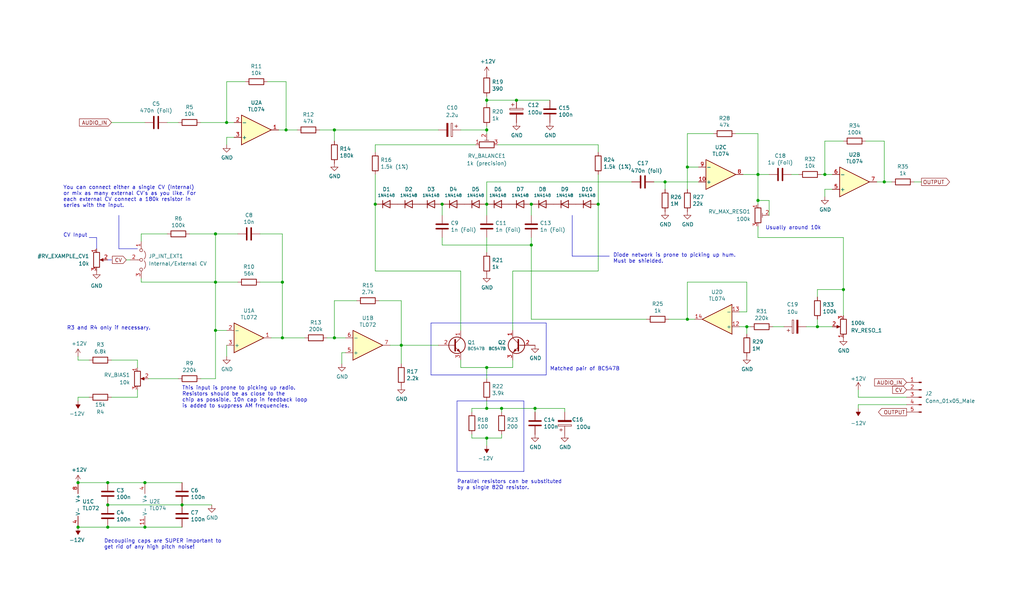
<source format=kicad_sch>
(kicad_sch (version 20230121) (generator eeschema)
  (paper "User" 350.012 210.007)
  (title_block (title "Steiner-Parker VCF") (date "2022-04-02") (rev "1.0") (company "Shmøergh") (comment 1 "All resistors are 1% except when noted.") (comment 2 "Panel grounds to be star-linked on panel. See \"Power\" sheet for panel ground output."))
  (lib_symbols
    (symbol "+12V_1" (power) (pin_names (offset 0))
      (property "Value" "+12V_1" (at 0 3.556 0))
      (symbol "+12V_1_0_1"
        (polyline (pts (xy -0.762 1.27) (xy 0 2.54)))
        (polyline (pts (xy 0 0) (xy 0 2.54)))
        (polyline (pts (xy 0 2.54) (xy 0.762 1.27)))
      )
      (symbol "+12V_1_1_1"
        (pin power_in line (at 0 0 90) (length 0) hide (name "+12V") (number "1"))
      )
    )
    (symbol "-12V_1" (power) (pin_names (offset 0))
      (property "Value" "-12V_1" (at 0 3.81 0))
      (symbol "-12V_1_0_0"
        (pin power_in line (at 0 0 90) (length 0) hide (name "-12V") (number "1"))
      )
      (symbol "-12V_1_0_1"
        (polyline (pts (xy 0 0) (xy 0 1.27) (xy 0.762 1.27) (xy 0 2.54) (xy -0.762 1.27) (xy 0 1.27)) (fill (type outline)))
      )
    )
    (symbol "Amplifier_Operational:TL072" (pin_names (offset 0.127))
      (property "Reference" "U" (at 0 5.08 0))
      (property "Value" "TL072" (at 0 -5.08 0))
      (symbol "TL072_1_1"
        (polyline (pts (xy -5.08 5.08) (xy 5.08 0) (xy -5.08 -5.08) (xy -5.08 5.08)) (stroke (width 0.254)) (fill (type background)))
        (pin output line (at 7.62 0 180) (length 2.54) (name "~") (number "1"))
        (pin input line (at -7.62 -2.54 0) (length 2.54) (name "-") (number "2"))
        (pin input line (at -7.62 2.54 0) (length 2.54) (name "+") (number "3"))
      )
      (symbol "TL072_2_1"
        (polyline (pts (xy -5.08 5.08) (xy 5.08 0) (xy -5.08 -5.08) (xy -5.08 5.08)) (stroke (width 0.254)) (fill (type background)))
        (pin input line (at -7.62 2.54 0) (length 2.54) (name "+") (number "5"))
        (pin input line (at -7.62 -2.54 0) (length 2.54) (name "-") (number "6"))
        (pin output line (at 7.62 0 180) (length 2.54) (name "~") (number "7"))
      )
      (symbol "TL072_3_1"
        (pin power_in line (at -2.54 -7.62 90) (length 3.81) (name "V-") (number "4"))
        (pin power_in line (at -2.54 7.62 270) (length 3.81) (name "V+") (number "8"))
      )
    )
    (symbol "Amplifier_Operational:TL074" (pin_names (offset 0.127))
      (property "Reference" "U" (at 0 5.08 0))
      (property "Value" "TL074" (at 0 -5.08 0))
      (symbol "TL074_1_1"
        (polyline (pts (xy -5.08 5.08) (xy 5.08 0) (xy -5.08 -5.08) (xy -5.08 5.08)) (stroke (width 0.254)) (fill (type background)))
        (pin output line (at 7.62 0 180) (length 2.54) (name "~") (number "1"))
        (pin input line (at -7.62 -2.54 0) (length 2.54) (name "-") (number "2"))
        (pin input line (at -7.62 2.54 0) (length 2.54) (name "+") (number "3"))
      )
      (symbol "TL074_2_1"
        (polyline (pts (xy -5.08 5.08) (xy 5.08 0) (xy -5.08 -5.08) (xy -5.08 5.08)) (stroke (width 0.254)) (fill (type background)))
        (pin input line (at -7.62 2.54 0) (length 2.54) (name "+") (number "5"))
        (pin input line (at -7.62 -2.54 0) (length 2.54) (name "-") (number "6"))
        (pin output line (at 7.62 0 180) (length 2.54) (name "~") (number "7"))
      )
      (symbol "TL074_3_1"
        (polyline (pts (xy -5.08 5.08) (xy 5.08 0) (xy -5.08 -5.08) (xy -5.08 5.08)) (stroke (width 0.254)) (fill (type background)))
        (pin input line (at -7.62 2.54 0) (length 2.54) (name "+") (number "10"))
        (pin output line (at 7.62 0 180) (length 2.54) (name "~") (number "8"))
        (pin input line (at -7.62 -2.54 0) (length 2.54) (name "-") (number "9"))
      )
      (symbol "TL074_4_1"
        (polyline (pts (xy -5.08 5.08) (xy 5.08 0) (xy -5.08 -5.08) (xy -5.08 5.08)) (stroke (width 0.254)) (fill (type background)))
        (pin input line (at -7.62 2.54 0) (length 2.54) (name "+") (number "12"))
        (pin input line (at -7.62 -2.54 0) (length 2.54) (name "-") (number "13"))
        (pin output line (at 7.62 0 180) (length 2.54) (name "~") (number "14"))
      )
      (symbol "TL074_5_1"
        (pin power_in line (at -2.54 -7.62 90) (length 3.81) (name "V-") (number "11"))
        (pin power_in line (at -2.54 7.62 270) (length 3.81) (name "V+") (number "4"))
      )
    )
    (symbol "Connector:Conn_01x05_Male" (pin_names (offset 1.016) hide)
      (property "Reference" "J" (at 0 7.62 0))
      (property "Value" "Conn_01x05_Male" (at 0 -7.62 0))
      (symbol "Conn_01x05_Male_1_1"
        (polyline (pts (xy 1.27 -5.08) (xy 0.8636 -5.08)) (stroke (width 0.1524)))
        (polyline (pts (xy 1.27 -2.54) (xy 0.8636 -2.54)) (stroke (width 0.1524)))
        (polyline (pts (xy 1.27 0) (xy 0.8636 0)) (stroke (width 0.1524)))
        (polyline (pts (xy 1.27 2.54) (xy 0.8636 2.54)) (stroke (width 0.1524)))
        (polyline (pts (xy 1.27 5.08) (xy 0.8636 5.08)) (stroke (width 0.1524)))
        (rectangle (start 0.8636 -4.953) (end 0 -5.207) (stroke (width 0.1524)) (fill (type outline)))
        (rectangle (start 0.8636 -2.413) (end 0 -2.667) (stroke (width 0.1524)) (fill (type outline)))
        (rectangle (start 0.8636 0.127) (end 0 -0.127) (stroke (width 0.1524)) (fill (type outline)))
        (rectangle (start 0.8636 2.667) (end 0 2.413) (stroke (width 0.1524)) (fill (type outline)))
        (rectangle (start 0.8636 5.207) (end 0 4.953) (stroke (width 0.1524)) (fill (type outline)))
        (pin passive line (at 5.08 5.08 180) (length 3.81) (name "Pin_1") (number "1"))
        (pin passive line (at 5.08 2.54 180) (length 3.81) (name "Pin_2") (number "2"))
        (pin passive line (at 5.08 0 180) (length 3.81) (name "Pin_3") (number "3"))
        (pin passive line (at 5.08 -2.54 180) (length 3.81) (name "Pin_4") (number "4"))
        (pin passive line (at 5.08 -5.08 180) (length 3.81) (name "Pin_5") (number "5"))
      )
    )
    (symbol "Device:C" (pin_numbers hide) (pin_names (offset 0.254))
      (property "Reference" "C" (at 0.635 2.54 0))
      (property "Value" "C" (at 0.635 -2.54 0))
      (symbol "C_0_1"
        (polyline (pts (xy -2.032 -0.762) (xy 2.032 -0.762)) (stroke (width 0.508)))
        (polyline (pts (xy -2.032 0.762) (xy 2.032 0.762)) (stroke (width 0.508)))
      )
      (symbol "C_1_1"
        (pin passive line (at 0 3.81 270) (length 2.794) (name "~") (number "1"))
        (pin passive line (at 0 -3.81 90) (length 2.794) (name "~") (number "2"))
      )
    )
    (symbol "Device:C_Polarized" (pin_numbers hide) (pin_names (offset 0.254))
      (property "Reference" "C" (at 0.635 2.54 0))
      (property "Value" "C_Polarized" (at 0.635 -2.54 0))
      (symbol "C_Polarized_0_1"
        (rectangle (start -2.286 0.508) (end 2.286 1.016))
        (polyline (pts (xy -1.778 2.286) (xy -0.762 2.286)))
        (polyline (pts (xy -1.27 2.794) (xy -1.27 1.778)))
        (rectangle (start 2.286 -0.508) (end -2.286 -1.016) (fill (type outline)))
      )
      (symbol "C_Polarized_1_1"
        (pin passive line (at 0 3.81 270) (length 2.794) (name "~") (number "1"))
        (pin passive line (at 0 -3.81 90) (length 2.794) (name "~") (number "2"))
      )
    )
    (symbol "Device:D" (pin_numbers hide) (pin_names (offset 1.016) hide)
      (property "Reference" "D" (at 0 2.54 0))
      (property "Value" "D" (at 0 -2.54 0))
      (symbol "D_0_1"
        (polyline (pts (xy -1.27 1.27) (xy -1.27 -1.27)) (stroke (width 0.254)))
        (polyline (pts (xy 1.27 0) (xy -1.27 0)))
        (polyline (pts (xy 1.27 1.27) (xy 1.27 -1.27) (xy -1.27 0) (xy 1.27 1.27)) (stroke (width 0.254)))
      )
      (symbol "D_1_1"
        (pin passive line (at -3.81 0 0) (length 2.54) (name "K") (number "1"))
        (pin passive line (at 3.81 0 180) (length 2.54) (name "A") (number "2"))
      )
    )
    (symbol "Device:R" (pin_numbers hide) (pin_names (offset 0))
      (property "Reference" "R" (at 2.032 0 90))
      (property "Value" "R" (at 0 0 90))
      (symbol "R_0_1"
        (rectangle (start -1.016 -2.54) (end 1.016 2.54) (stroke (width 0.254)))
      )
      (symbol "R_1_1"
        (pin passive line (at 0 3.81 270) (length 1.27) (name "~") (number "1"))
        (pin passive line (at 0 -3.81 90) (length 1.27) (name "~") (number "2"))
      )
    )
    (symbol "Device:R_Potentiometer" (pin_names (offset 1.016) hide)
      (property "Reference" "RV" (at -4.445 0 90))
      (property "Value" "R_Potentiometer" (at -2.54 0 90))
      (symbol "R_Potentiometer_0_1"
        (polyline (pts (xy 2.54 0) (xy 1.524 0)))
        (polyline (pts (xy 1.143 0) (xy 2.286 0.508) (xy 2.286 -0.508) (xy 1.143 0)) (fill (type outline)))
        (rectangle (start 1.016 2.54) (end -1.016 -2.54) (stroke (width 0.254)))
      )
      (symbol "R_Potentiometer_1_1"
        (pin passive line (at 0 3.81 270) (length 1.27) (name "1") (number "1"))
        (pin passive line (at 3.81 0 180) (length 1.27) (name "2") (number "2"))
        (pin passive line (at 0 -3.81 90) (length 1.27) (name "3") (number "3"))
      )
    )
    (symbol "Device:R_Potentiometer_Trim" (pin_names (offset 1.016) hide)
      (property "Reference" "RV" (at -4.445 0 90))
      (property "Value" "R_Potentiometer_Trim" (at -2.54 0 90))
      (symbol "R_Potentiometer_Trim_0_1"
        (polyline (pts (xy 1.524 0.762) (xy 1.524 -0.762)))
        (polyline (pts (xy 2.54 0) (xy 1.524 0)))
        (rectangle (start 1.016 2.54) (end -1.016 -2.54) (stroke (width 0.254)))
      )
      (symbol "R_Potentiometer_Trim_1_1"
        (pin passive line (at 0 3.81 270) (length 1.27) (name "1") (number "1"))
        (pin passive line (at 3.81 0 180) (length 1.27) (name "2") (number "2"))
        (pin passive line (at 0 -3.81 90) (length 1.27) (name "3") (number "3"))
      )
    )
    (symbol "Jumper:Jumper_3_Open" (pin_names (offset 0) hide)
      (property "Reference" "JP" (at -2.54 -2.54 0))
      (property "Value" "Jumper_3_Open" (at 0 2.794 0))
      (symbol "Jumper_3_Open_0_0"
        (circle (center -3.302 0) (radius 0.508))
        (circle (center 0 0) (radius 0.508))
        (circle (center 3.302 0) (radius 0.508))
      )
      (symbol "Jumper_3_Open_0_1"
        (arc (start -0.254 1.016) (mid -1.651 1.4992) (end -3.048 1.016))
        (polyline (pts (xy 0 -0.508) (xy 0 -1.27)))
        (arc (start 3.048 1.016) (mid 1.651 1.4992) (end 0.254 1.016))
      )
      (symbol "Jumper_3_Open_1_1"
        (pin passive line (at -6.35 0 0) (length 2.54) (name "A") (number "1"))
        (pin passive line (at 0 -3.81 90) (length 2.54) (name "C") (number "2"))
        (pin passive line (at 6.35 0 180) (length 2.54) (name "B") (number "3"))
      )
    )
    (symbol "Transistor_BJT:BC547" (pin_names (offset 0) hide)
      (property "Reference" "Q" (at 5.08 1.905 0))
      (property "Value" "BC547" (at 5.08 0 0))
      (symbol "BC547_0_1"
        (polyline (pts (xy 0 0) (xy 0.635 0)))
        (polyline (pts (xy 0.635 0.635) (xy 2.54 2.54)))
        (polyline (pts (xy 0.635 -0.635) (xy 2.54 -2.54) (xy 2.54 -2.54)))
        (polyline (pts (xy 0.635 1.905) (xy 0.635 -1.905) (xy 0.635 -1.905)) (stroke (width 0.508)))
        (polyline (pts (xy 1.27 -1.778) (xy 1.778 -1.27) (xy 2.286 -2.286) (xy 1.27 -1.778) (xy 1.27 -1.778)) (fill (type outline)))
        (circle (center 1.27 0) (radius 2.8194) (stroke (width 0.254)))
      )
      (symbol "BC547_1_1"
        (pin passive line (at 2.54 5.08 270) (length 2.54) (name "C") (number "1"))
        (pin input line (at -5.08 0 0) (length 5.08) (name "B") (number "2"))
        (pin passive line (at 2.54 -5.08 90) (length 2.54) (name "E") (number "3"))
      )
    )
    (symbol "power:+12V" (power) (pin_names (offset 0))
      (property "Value" "+12V" (at 0 3.556 0))
      (symbol "+12V_0_1"
        (polyline (pts (xy -0.762 1.27) (xy 0 2.54)))
        (polyline (pts (xy 0 0) (xy 0 2.54)))
        (polyline (pts (xy 0 2.54) (xy 0.762 1.27)))
      )
      (symbol "+12V_1_1"
        (pin power_in line (at 0 0 90) (length 0) hide (name "+12V") (number "1"))
      )
    )
    (symbol "power:-12V" (power) (pin_names (offset 0))
      (property "Value" "-12V" (at 0 3.81 0))
      (symbol "-12V_0_0"
        (pin power_in line (at 0 0 90) (length 0) hide (name "-12V") (number "1"))
      )
      (symbol "-12V_0_1"
        (polyline (pts (xy 0 0) (xy 0 1.27) (xy 0.762 1.27) (xy 0 2.54) (xy -0.762 1.27) (xy 0 1.27)) (fill (type outline)))
      )
    )
    (symbol "power:GND" (power) (pin_names (offset 0))
      (property "Value" "GND" (at 0 -3.81 0))
      (symbol "GND_0_1"
        (polyline (pts (xy 0 0) (xy 0 -1.27) (xy 1.27 -1.27) (xy 0 -2.54) (xy -1.27 -1.27) (xy 0 -1.27)))
      )
      (symbol "GND_1_1"
        (pin power_in line (at 0 0 270) (length 0) hide (name "GND") (number "1"))
      )
    )
  )
  (junction (at 234.95 57.15))
  (junction (at 151.13 69.85))
  (junction (at 288.29 99.06))
  (junction (at 96.52 96.52))
  (junction (at 227.33 62.23))
  (junction (at 36.83 172.72))
  (junction (at 73.66 80.01))
  (junction (at 259.08 59.69))
  (junction (at 73.66 113.03))
  (junction (at 96.52 115.57))
  (junction (at 176.53 34.29))
  (junction (at 114.3 115.57))
  (junction (at 62.23 172.72))
  (junction (at 166.37 44.45))
  (junction (at 302.26 62.23))
  (junction (at 26.67 180.34))
  (junction (at 73.66 96.52))
  (junction (at 128.27 69.85))
  (junction (at 166.37 125.73))
  (junction (at 234.95 109.22))
  (junction (at 166.37 139.7))
  (junction (at 36.83 180.34))
  (junction (at 181.61 69.85))
  (junction (at 166.37 149.86))
  (junction (at 171.45 139.7))
  (junction (at 166.37 69.85))
  (junction (at 166.37 34.29))
  (junction (at 181.61 83.82))
  (junction (at 204.47 69.85))
  (junction (at 77.47 41.91))
  (junction (at 49.53 165.1))
  (junction (at 97.79 44.45))
  (junction (at 137.16 118.11))
  (junction (at 26.67 165.1))
  (junction (at 279.4 111.76))
  (junction (at 114.3 44.45))
  (junction (at 281.94 59.69))
  (junction (at 49.53 180.34))
  (junction (at 182.88 139.7))
  (junction (at 259.08 68.58))
  (junction (at 255.27 111.76))
  (junction (at 36.83 165.1))
  (wire (pts (xy 288.29 81.28) (xy 288.29 99.06)))
  (wire (pts (xy 109.22 44.45) (xy 114.3 44.45)))
  (polyline (pts (xy 156.21 161.29) (xy 156.21 137.16)))
  (wire (pts (xy 73.66 129.54) (xy 73.66 113.03)))
  (wire (pts (xy 220.98 109.22) (xy 181.61 109.22)))
  (wire (pts (xy 259.08 81.28) (xy 288.29 81.28)))
  (wire (pts (xy 36.83 180.34) (xy 26.67 180.34)))
  (wire (pts (xy 26.67 123.19) (xy 30.48 123.19)))
  (wire (pts (xy 255.27 106.68) (xy 255.27 96.52)))
  (wire (pts (xy 57.15 41.91) (xy 60.96 41.91)))
  (wire (pts (xy 293.37 133.35) (xy 293.37 135.89)))
  (wire (pts (xy 116.84 120.65) (xy 116.84 124.46)))
  (wire (pts (xy 281.94 64.77) (xy 281.94 67.31)))
  (wire (pts (xy 281.94 48.26) (xy 281.94 59.69)))
  (wire (pts (xy 166.37 34.29) (xy 166.37 35.56)))
  (wire (pts (xy 175.26 125.73) (xy 175.26 123.19)))
  (wire (pts (xy 171.45 149.86) (xy 171.45 148.59)))
  (wire (pts (xy 73.66 113.03) (xy 77.47 113.03)))
  (wire (pts (xy 166.37 33.02) (xy 166.37 34.29)))
  (wire (pts (xy 181.61 109.22) (xy 181.61 83.82)))
  (wire (pts (xy 48.26 96.52) (xy 73.66 96.52)))
  (wire (pts (xy 151.13 81.28) (xy 151.13 83.82)))
  (polyline (pts (xy 195.58 87.63) (xy 208.28 87.63)))
  (wire (pts (xy 68.58 129.54) (xy 73.66 129.54)))
  (wire (pts (xy 95.25 44.45) (xy 97.79 44.45)))
  (wire (pts (xy 166.37 62.23) (xy 215.9 62.23)))
  (wire (pts (xy 157.48 123.19) (xy 157.48 125.73)))
  (wire (pts (xy 284.48 64.77) (xy 281.94 64.77)))
  (wire (pts (xy 97.79 27.94) (xy 97.79 44.45)))
  (wire (pts (xy 176.53 34.29) (xy 187.96 34.29)))
  (polyline (pts (xy 40.64 73.66) (xy 40.64 85.09)))
  (wire (pts (xy 50.8 129.54) (xy 60.96 129.54)))
  (wire (pts (xy 175.26 92.71) (xy 204.47 92.71)))
  (wire (pts (xy 293.37 139.7) (xy 293.37 138.43)))
  (wire (pts (xy 129.54 102.87) (xy 137.16 102.87)))
  (wire (pts (xy 137.16 102.87) (xy 137.16 118.11)))
  (wire (pts (xy 161.29 139.7) (xy 161.29 140.97)))
  (wire (pts (xy 204.47 49.53) (xy 204.47 52.07)))
  (wire (pts (xy 26.67 121.92) (xy 26.67 123.19)))
  (wire (pts (xy 171.45 139.7) (xy 166.37 139.7)))
  (polyline (pts (xy 186.69 128.27) (xy 147.32 128.27)))
  (wire (pts (xy 48.26 95.25) (xy 48.26 96.52)))
  (polyline (pts (xy 36.83 88.9) (xy 38.1 88.9)))
  (wire (pts (xy 243.84 45.72) (xy 234.95 45.72)))
  (wire (pts (xy 227.33 64.77) (xy 227.33 62.23)))
  (wire (pts (xy 96.52 115.57) (xy 92.71 115.57)))
  (wire (pts (xy 252.73 106.68) (xy 255.27 106.68)))
  (wire (pts (xy 128.27 49.53) (xy 128.27 52.07)))
  (wire (pts (xy 293.37 138.43) (xy 309.88 138.43)))
  (wire (pts (xy 80.01 46.99) (xy 77.47 46.99)))
  (wire (pts (xy 166.37 43.18) (xy 166.37 44.45)))
  (wire (pts (xy 234.95 64.77) (xy 234.95 57.15)))
  (wire (pts (xy 259.08 77.47) (xy 259.08 81.28)))
  (wire (pts (xy 38.1 41.91) (xy 49.53 41.91)))
  (wire (pts (xy 77.47 27.94) (xy 77.47 41.91)))
  (wire (pts (xy 302.26 62.23) (xy 299.72 62.23)))
  (wire (pts (xy 262.89 68.58) (xy 259.08 68.58)))
  (wire (pts (xy 193.04 139.7) (xy 182.88 139.7)))
  (wire (pts (xy 114.3 102.87) (xy 114.3 115.57)))
  (wire (pts (xy 279.4 99.06) (xy 288.29 99.06)))
  (wire (pts (xy 166.37 129.54) (xy 166.37 125.73)))
  (wire (pts (xy 161.29 149.86) (xy 166.37 149.86)))
  (wire (pts (xy 259.08 59.69) (xy 254 59.69)))
  (wire (pts (xy 166.37 137.16) (xy 166.37 139.7)))
  (wire (pts (xy 151.13 83.82) (xy 181.61 83.82)))
  (wire (pts (xy 137.16 124.46) (xy 137.16 118.11)))
  (wire (pts (xy 81.28 96.52) (xy 73.66 96.52)))
  (wire (pts (xy 256.54 111.76) (xy 255.27 111.76)))
  (wire (pts (xy 166.37 139.7) (xy 161.29 139.7)))
  (wire (pts (xy 223.52 62.23) (xy 227.33 62.23)))
  (wire (pts (xy 77.47 118.11) (xy 77.47 121.92)))
  (wire (pts (xy 234.95 109.22) (xy 237.49 109.22)))
  (wire (pts (xy 259.08 59.69) (xy 259.08 68.58)))
  (wire (pts (xy 48.26 80.01) (xy 57.15 80.01)))
  (wire (pts (xy 166.37 152.4) (xy 166.37 149.86)))
  (polyline (pts (xy 33.02 81.28) (xy 33.02 85.09)))
  (wire (pts (xy 171.45 140.97) (xy 171.45 139.7)))
  (wire (pts (xy 72.39 172.72) (xy 62.23 172.72)))
  (wire (pts (xy 166.37 81.28) (xy 166.37 86.36)))
  (wire (pts (xy 77.47 46.99) (xy 77.47 49.53)))
  (wire (pts (xy 96.52 96.52) (xy 96.52 115.57)))
  (wire (pts (xy 81.28 80.01) (xy 73.66 80.01)))
  (wire (pts (xy 128.27 69.85) (xy 128.27 92.71)))
  (wire (pts (xy 64.77 80.01) (xy 73.66 80.01)))
  (wire (pts (xy 166.37 44.45) (xy 166.37 45.72)))
  (wire (pts (xy 288.29 48.26) (xy 281.94 48.26)))
  (wire (pts (xy 175.26 113.03) (xy 175.26 92.71)))
  (wire (pts (xy 279.4 111.76) (xy 284.48 111.76)))
  (wire (pts (xy 96.52 80.01) (xy 96.52 96.52)))
  (wire (pts (xy 234.95 96.52) (xy 234.95 109.22)))
  (wire (pts (xy 267.97 111.76) (xy 264.16 111.76)))
  (wire (pts (xy 118.11 120.65) (xy 116.84 120.65)))
  (wire (pts (xy 166.37 125.73) (xy 175.26 125.73)))
  (wire (pts (xy 295.91 48.26) (xy 302.26 48.26)))
  (wire (pts (xy 43.18 88.9) (xy 44.45 88.9)))
  (wire (pts (xy 293.37 135.89) (xy 309.88 135.89)))
  (wire (pts (xy 251.46 45.72) (xy 259.08 45.72)))
  (wire (pts (xy 48.26 82.55) (xy 48.26 80.01)))
  (polyline (pts (xy 147.32 110.49) (xy 186.69 110.49)))
  (wire (pts (xy 182.88 139.7) (xy 182.88 140.97)))
  (wire (pts (xy 36.83 180.34) (xy 49.53 180.34)))
  (wire (pts (xy 259.08 68.58) (xy 259.08 69.85)))
  (polyline (pts (xy 147.32 128.27) (xy 147.32 110.49)))
  (wire (pts (xy 204.47 59.69) (xy 204.47 69.85)))
  (wire (pts (xy 49.53 165.1) (xy 36.83 165.1)))
  (wire (pts (xy 114.3 44.45) (xy 149.86 44.45)))
  (wire (pts (xy 161.29 148.59) (xy 161.29 149.86)))
  (wire (pts (xy 97.79 44.45) (xy 101.6 44.45)))
  (wire (pts (xy 62.23 172.72) (xy 36.83 172.72)))
  (wire (pts (xy 104.14 115.57) (xy 96.52 115.57)))
  (wire (pts (xy 162.56 49.53) (xy 128.27 49.53)))
  (wire (pts (xy 204.47 69.85) (xy 204.47 92.71)))
  (wire (pts (xy 166.37 34.29) (xy 176.53 34.29)))
  (wire (pts (xy 279.4 101.6) (xy 279.4 99.06)))
  (wire (pts (xy 128.27 59.69) (xy 128.27 69.85)))
  (polyline (pts (xy 179.07 161.29) (xy 156.21 161.29)))
  (wire (pts (xy 170.18 49.53) (xy 204.47 49.53)))
  (wire (pts (xy 281.94 59.69) (xy 284.48 59.69)))
  (wire (pts (xy 137.16 118.11) (xy 133.35 118.11)))
  (wire (pts (xy 255.27 111.76) (xy 252.73 111.76)))
  (wire (pts (xy 262.89 73.66) (xy 262.89 68.58)))
  (polyline (pts (xy 186.69 110.49) (xy 186.69 128.27)))
  (wire (pts (xy 193.04 140.97) (xy 193.04 139.7)))
  (polyline (pts (xy 30.48 81.28) (xy 33.02 81.28)))
  (polyline (pts (xy 179.07 137.16) (xy 179.07 161.29)))
  (polyline (pts (xy 156.21 137.16) (xy 179.07 137.16)))
  (wire (pts (xy 304.8 62.23) (xy 302.26 62.23)))
  (wire (pts (xy 157.48 92.71) (xy 157.48 113.03)))
  (wire (pts (xy 62.23 165.1) (xy 49.53 165.1)))
  (wire (pts (xy 157.48 44.45) (xy 166.37 44.45)))
  (wire (pts (xy 181.61 83.82) (xy 181.61 81.28)))
  (wire (pts (xy 273.05 59.69) (xy 270.51 59.69)))
  (wire (pts (xy 182.88 139.7) (xy 171.45 139.7)))
  (wire (pts (xy 121.92 102.87) (xy 114.3 102.87)))
  (wire (pts (xy 114.3 115.57) (xy 118.11 115.57)))
  (wire (pts (xy 77.47 41.91) (xy 80.01 41.91)))
  (wire (pts (xy 255.27 114.3) (xy 255.27 111.76)))
  (wire (pts (xy 73.66 96.52) (xy 73.66 113.03)))
  (wire (pts (xy 302.26 48.26) (xy 302.26 62.23)))
  (wire (pts (xy 46.99 123.19) (xy 46.99 125.73)))
  (wire (pts (xy 26.67 137.16) (xy 26.67 135.89)))
  (wire (pts (xy 114.3 48.26) (xy 114.3 44.45)))
  (wire (pts (xy 128.27 92.71) (xy 157.48 92.71)))
  (wire (pts (xy 36.83 165.1) (xy 26.67 165.1)))
  (wire (pts (xy 166.37 62.23) (xy 166.37 69.85)))
  (wire (pts (xy 280.67 59.69) (xy 281.94 59.69)))
  (wire (pts (xy 38.1 135.89) (xy 46.99 135.89)))
  (wire (pts (xy 46.99 135.89) (xy 46.99 133.35)))
  (wire (pts (xy 157.48 125.73) (xy 166.37 125.73)))
  (wire (pts (xy 88.9 96.52) (xy 96.52 96.52)))
  (wire (pts (xy 259.08 45.72) (xy 259.08 59.69)))
  (wire (pts (xy 151.13 73.66) (xy 151.13 69.85)))
  (wire (pts (xy 73.66 80.01) (xy 73.66 96.52)))
  (wire (pts (xy 62.23 180.34) (xy 49.53 180.34)))
  (wire (pts (xy 88.9 80.01) (xy 96.52 80.01)))
  (wire (pts (xy 255.27 96.52) (xy 234.95 96.52)))
  (wire (pts (xy 234.95 45.72) (xy 234.95 57.15)))
  (wire (pts (xy 149.86 118.11) (xy 137.16 118.11)))
  (wire (pts (xy 166.37 149.86) (xy 171.45 149.86)))
  (polyline (pts (xy 195.58 73.66) (xy 195.58 87.63)))
  (wire (pts (xy 314.96 62.23) (xy 312.42 62.23)))
  (wire (pts (xy 181.61 73.66) (xy 181.61 69.85)))
  (polyline (pts (xy 40.64 85.09) (xy 46.99 85.09)))
  (wire (pts (xy 38.1 123.19) (xy 46.99 123.19)))
  (wire (pts (xy 228.6 109.22) (xy 234.95 109.22)))
  (wire (pts (xy 83.82 27.94) (xy 77.47 27.94)))
  (wire (pts (xy 262.89 59.69) (xy 259.08 59.69)))
  (wire (pts (xy 288.29 99.06) (xy 288.29 107.95)))
  (wire (pts (xy 68.58 41.91) (xy 77.47 41.91)))
  (wire (pts (xy 275.59 111.76) (xy 279.4 111.76)))
  (wire (pts (xy 238.76 62.23) (xy 227.33 62.23)))
  (wire (pts (xy 166.37 69.85) (xy 166.37 73.66)))
  (wire (pts (xy 26.67 135.89) (xy 30.48 135.89)))
  (wire (pts (xy 234.95 57.15) (xy 238.76 57.15)))
  (wire (pts (xy 279.4 109.22) (xy 279.4 111.76)))
  (wire (pts (xy 91.44 27.94) (xy 97.79 27.94)))
  (wire (pts (xy 111.76 115.57) (xy 114.3 115.57)))
  (text "CV Input" (at 21.59 81.28 0) (effects (font (size 1.27 1.27)) (justify left bottom)))
  (text "This input is prone to picking up radio. \nResistors should be as close to the \nchip as possible. 10n cap in feedback loop\nis added to suppress AM frequencies." (at 62.23 139.7 0) (effects (font (size 1.27 1.27)) (justify left bottom)))
  (text "Decoupling caps are SUPER important to \nget rid of any high pitch noise!" (at 35.56 187.96 0) (effects (font (size 1.27 1.27)) (justify left bottom)))
  (text "Matched pair of BC547B" (at 187.96 127 0) (effects (font (size 1.27 1.27)) (justify left bottom)))
  (text "R3 and R4 only if necessary." (at 22.86 113.03 0) (effects (font (size 1.27 1.27)) (justify left bottom)))
  (text "Parallel resistors can be substituted\nby a single 82Ω resistor." (at 156.21 167.64 0) (effects (font (size 1.27 1.27)) (justify left bottom)))
  (text "Usually around 10k" (at 261.62 78.74 0) (effects (font (size 1.27 1.27)) (justify left bottom)))
  (text "You can connect either a single CV (Internal)\nor mix as many external CV's as you like. For\neach external CV connect a 180k resistor in\nseries with the input." (at 21.59 71.12 0) (effects (font (size 1.27 1.27)) (justify left bottom)))
  (text "Diode network is prone to picking up hum. \nMust be shielded." (at 209.55 90.17 0) (effects (font (size 1.27 1.27)) (justify left bottom)))
  (global_label "OUTPUT" (shape output) (at 309.88 140.97 180) (property "Intersheetrefs" "${INTERSHEET_REFS}" (effects hide)))
  (global_label "OUTPUT" (shape output) (at 314.96 62.23 0) (property "Intersheetrefs" "${INTERSHEET_REFS}" (effects hide)))
  (global_label "AUDIO_IN" (shape input) (at 38.1 41.91 180) (property "Intersheetrefs" "${INTERSHEET_REFS}" (effects hide)))
  (global_label "AUDIO_IN" (shape input) (at 309.88 130.81 180) (property "Intersheetrefs" "${INTERSHEET_REFS}" (effects hide)))
  (global_label "CV" (shape input) (at 309.88 133.35 180) (property "Intersheetrefs" "${INTERSHEET_REFS}" (effects hide)))
  (global_label "CV" (shape input) (at 43.18 88.9 180) (property "Intersheetrefs" "${INTERSHEET_REFS}" (effects hide)))
  (symbol (lib_id "Amplifier_Operational:TL072") (at 85.09 115.57 0) (mirror x) (unit 1)
    (property "Reference" "U1" (at 85.09 106.2482 0))
    (property "Value" "TL072" (at 85.09 108.5596 0))
    (property "Footprint" "Package_DIP:DIP-8_W7.62mm_LongPads" (effects hide))
    (property "Datasheet" "http://www.ti.com/lit/ds/symlink/tl071.pdf" (effects hide))
  )
  (symbol (lib_id "Amplifier_Operational:TL072") (at 125.73 118.11 0) (mirror x) (unit 2)
    (property "Reference" "U1" (at 125.73 108.7882 0))
    (property "Value" "TL072" (at 125.73 111.0996 0))
    (property "Footprint" "Package_DIP:DIP-8_W7.62mm_LongPads" (effects hide))
    (property "Datasheet" "http://www.ti.com/lit/ds/symlink/tl071.pdf" (effects hide))
  )
  (symbol (lib_id "Amplifier_Operational:TL072") (at 29.21 172.72 0) (unit 3)
    (property "Reference" "U1" (at 28.1432 171.5516 0) (effects (justify left)))
    (property "Value" "TL072" (at 28.1432 173.863 0) (effects (justify left)))
    (property "Footprint" "Package_DIP:DIP-8_W7.62mm_LongPads" (effects hide))
    (property "Datasheet" "http://www.ti.com/lit/ds/symlink/tl071.pdf" (effects hide))
  )
  (symbol (lib_id "power:+12V") (at 26.67 165.1 0) (unit 1)
    (property "Reference" "#PWR012" (effects hide))
    (property "Value" "+12V" (at 27.051 160.7058 0))
  )
  (symbol (lib_id "power:-12V") (at 26.67 180.34 180) (unit 1)
    (property "Reference" "#PWR013" (effects hide))
    (property "Value" "-12V" (at 26.289 184.7342 0))
  )
  (symbol (lib_id "Device:C") (at 36.83 168.91 0) (unit 1)
    (property "Reference" "C3" (at 39.751 167.7416 0) (effects (justify left)))
    (property "Value" "100n" (at 39.751 170.053 0) (effects (justify left)))
    (property "Footprint" "Capacitor_THT:C_Disc_D3.0mm_W2.0mm_P2.50mm" (effects hide))
  )
  (symbol (lib_id "Device:C") (at 36.83 176.53 0) (unit 1)
    (property "Reference" "C4" (at 39.751 175.3616 0) (effects (justify left)))
    (property "Value" "100n" (at 39.751 177.673 0) (effects (justify left)))
    (property "Footprint" "Capacitor_THT:C_Disc_D3.0mm_W2.0mm_P2.50mm" (effects hide))
  )
  (symbol (lib_id "power:GND") (at 72.39 172.72 0) (unit 1)
    (property "Reference" "#PWR021" (effects hide))
    (property "Value" "GND" (at 72.517 177.1142 0))
  )
  (symbol (lib_id "Device:R") (at 64.77 129.54 270) (unit 1)
    (property "Reference" "R9" (at 64.77 124.2822 90))
    (property "Value" "220k" (at 64.77 126.5936 90))
    (property "Footprint" "PCM_Resistor_SMD_AKL:R_0805_2012Metric" (effects hide))
  )
  (symbol (lib_id "Device:R") (at 34.29 123.19 270) (unit 1)
    (property "Reference" "R3" (at 34.29 117.9322 90))
    (property "Value" "6.8k" (at 34.29 120.2436 90))
    (property "Footprint" "PCM_Resistor_SMD_AKL:R_0805_2012Metric" (effects hide))
  )
  (symbol (lib_id "Device:R") (at 34.29 135.89 270) (unit 1)
    (property "Reference" "R4" (at 34.29 140.97 90))
    (property "Value" "15k" (at 34.29 138.43 90))
    (property "Footprint" "PCM_Resistor_SMD_AKL:R_0805_2012Metric" (effects hide))
  )
  (symbol (lib_id "power:-12V") (at 26.67 137.16 180) (unit 1)
    (property "Reference" "#PWR011" (effects hide))
    (property "Value" "-12V" (at 26.289 141.5542 0))
  )
  (symbol (lib_id "power:+12V") (at 26.67 121.92 0) (unit 1)
    (property "Reference" "#PWR010" (effects hide))
    (property "Value" "+12V" (at 27.051 117.5258 0))
  )
  (symbol (lib_id "power:GND") (at 77.47 121.92 0) (unit 1)
    (property "Reference" "#PWR023" (effects hide))
    (property "Value" "GND" (at 77.597 126.3142 0))
  )
  (symbol (lib_id "Device:R") (at 85.09 96.52 270) (unit 1)
    (property "Reference" "R10" (at 85.09 91.2622 90))
    (property "Value" "56k" (at 85.09 93.5736 90))
    (property "Footprint" "PCM_Resistor_SMD_AKL:R_0805_2012Metric" (effects hide))
  )
  (symbol (lib_id "Device:R") (at 107.95 115.57 270) (unit 1)
    (property "Reference" "R13" (at 107.95 110.3122 90))
    (property "Value" "200k" (at 107.95 112.6236 90))
    (property "Footprint" "PCM_Resistor_SMD_AKL:R_0805_2012Metric" (effects hide))
  )
  (symbol (lib_id "Device:R") (at 125.73 102.87 270) (unit 1)
    (property "Reference" "R15" (at 125.73 97.6122 90))
    (property "Value" "2.7k" (at 125.73 99.9236 90))
    (property "Footprint" "PCM_Resistor_SMD_AKL:R_0805_2012Metric" (effects hide))
  )
  (symbol (lib_id "Device:R") (at 137.16 128.27 0) (unit 1)
    (property "Reference" "R17" (at 138.938 127.1016 0) (effects (justify left)))
    (property "Value" "2.2k" (at 138.938 129.413 0) (effects (justify left)))
    (property "Footprint" "PCM_Resistor_SMD_AKL:R_0805_2012Metric" (effects hide))
  )
  (symbol (lib_id "power:GND") (at 137.16 132.08 0) (unit 1)
    (property "Reference" "#PWR026" (effects hide))
    (property "Value" "GND" (at 137.287 136.4742 0))
  )
  (symbol (lib_id "power:GND") (at 116.84 124.46 0) (unit 1)
    (property "Reference" "#PWR025" (effects hide))
    (property "Value" "GND" (at 116.967 128.8542 0))
  )
  (symbol (lib_id "Transistor_BJT:BC547") (at 154.94 118.11 0) (unit 1)
    (property "Reference" "Q1" (at 159.766 117.1448 0) (effects (justify left)))
    (property "Value" "BC547B" (at 159.766 119.253 0) (effects (font (size 0.9906 0.9906)) (justify left)))
    (property "Footprint" "Package_TO_SOT_THT:TO-92_Inline_Wide" (effects hide))
    (property "Datasheet" "https://www.onsemi.com/pub/Collateral/BC550-D.pdf" (effects hide))
  )
  (symbol (lib_id "Transistor_BJT:BC547") (at 177.8 118.11 0) (mirror y) (unit 1)
    (property "Reference" "Q2" (at 172.9486 117.1448 0) (effects (justify left)))
    (property "Value" "BC547B" (at 172.9486 119.253 0) (effects (font (size 0.9906 0.9906)) (justify left)))
    (property "Footprint" "Package_TO_SOT_THT:TO-92_Inline_Wide" (effects hide))
    (property "Datasheet" "https://www.onsemi.com/pub/Collateral/BC550-D.pdf" (effects hide))
  )
  (symbol (lib_id "Device:R") (at 166.37 133.35 0) (unit 1)
    (property "Reference" "R22" (at 168.148 132.1816 0) (effects (justify left)))
    (property "Value" "3.9k" (at 168.148 134.493 0) (effects (justify left)))
    (property "Footprint" "PCM_Resistor_SMD_AKL:R_0805_2012Metric" (effects hide))
  )
  (symbol (lib_id "Device:R") (at 161.29 144.78 0) (unit 1)
    (property "Reference" "R18" (at 163.068 143.6116 0) (effects (justify left)))
    (property "Value" "100" (at 163.068 145.923 0) (effects (justify left)))
    (property "Footprint" "PCM_Resistor_SMD_AKL:R_0805_2012Metric" (effects hide))
  )
  (symbol (lib_id "Device:R") (at 171.45 144.78 0) (unit 1)
    (property "Reference" "R23" (at 173.228 143.6116 0) (effects (justify left)))
    (property "Value" "200" (at 173.228 145.923 0) (effects (justify left)))
    (property "Footprint" "PCM_Resistor_SMD_AKL:R_0805_2012Metric" (effects hide))
  )
  (symbol (lib_id "power:GND") (at 193.04 148.59 0) (unit 1)
    (property "Reference" "#PWR034" (effects hide))
    (property "Value" "GND" (at 193.167 152.9842 0))
  )
  (symbol (lib_id "Device:C") (at 151.13 77.47 0) (unit 1)
    (property "Reference" "C9" (at 154.051 76.3016 0) (effects (justify left)))
    (property "Value" "1n (Foil)" (at 154.051 78.613 0) (effects (justify left)))
    (property "Footprint" "Capacitor_THT:C_Rect_L7.0mm_W2.5mm_P5.00mm" (effects hide))
  )
  (symbol (lib_id "Device:C") (at 166.37 77.47 0) (unit 1)
    (property "Reference" "C11" (at 169.291 76.3016 0) (effects (justify left)))
    (property "Value" "1n (Foil)" (at 169.291 78.613 0) (effects (justify left)))
    (property "Footprint" "Capacitor_THT:C_Rect_L7.0mm_W2.5mm_P5.00mm" (effects hide))
  )
  (symbol (lib_id "Device:C") (at 181.61 77.47 0) (unit 1)
    (property "Reference" "C13" (at 184.531 76.3016 0) (effects (justify left)))
    (property "Value" "1n (Foil)" (at 184.531 78.613 0) (effects (justify left)))
    (property "Footprint" "Capacitor_THT:C_Rect_L7.0mm_W2.5mm_P5.00mm" (effects hide))
  )
  (symbol (lib_id "Device:R") (at 166.37 90.17 0) (unit 1)
    (property "Reference" "R21" (at 168.148 89.0016 0) (effects (justify left)))
    (property "Value" "1k" (at 168.148 91.313 0) (effects (justify left)))
    (property "Footprint" "PCM_Resistor_SMD_AKL:R_0805_2012Metric" (effects hide))
  )
  (symbol (lib_id "power:GND") (at 166.37 93.98 0) (unit 1)
    (property "Reference" "#PWR028" (effects hide))
    (property "Value" "GND" (at 166.497 98.3742 0))
  )
  (symbol (lib_id "Device:D") (at 154.94 69.85 0) (unit 1)
    (property "Reference" "D4" (at 154.94 64.7446 0))
    (property "Value" "1N4148" (at 154.94 66.8528 0) (effects (font (size 0.9906 0.9906))))
    (property "Footprint" "Diode_SMD:D_SOD-123" (effects hide))
  )
  (symbol (lib_id "Device:D") (at 147.32 69.85 0) (unit 1)
    (property "Reference" "D3" (at 147.32 64.7446 0))
    (property "Value" "1N4148" (at 147.32 66.8528 0) (effects (font (size 0.9906 0.9906))))
    (property "Footprint" "Diode_SMD:D_SOD-123" (effects hide))
  )
  (symbol (lib_id "Device:D") (at 139.7 69.85 0) (unit 1)
    (property "Reference" "D2" (at 139.7 64.7446 0))
    (property "Value" "1N4148" (at 139.7 66.8528 0) (effects (font (size 0.9906 0.9906))))
    (property "Footprint" "Diode_SMD:D_SOD-123" (effects hide))
  )
  (symbol (lib_id "Device:D") (at 132.08 69.85 0) (unit 1)
    (property "Reference" "D1" (at 132.08 64.7446 0))
    (property "Value" "1N4148" (at 132.08 66.8528 0) (effects (font (size 0.9906 0.9906))))
    (property "Footprint" "Diode_SMD:D_SOD-123" (effects hide))
  )
  (symbol (lib_id "Device:R") (at 128.27 55.88 0) (unit 1)
    (property "Reference" "R16" (at 130.048 54.7116 0) (effects (justify left)))
    (property "Value" "1.5k (1%)" (at 130.048 57.023 0) (effects (justify left)))
    (property "Footprint" "PCM_Resistor_SMD_AKL:R_0805_2012Metric" (effects hide))
  )
  (symbol (lib_id "Device:R") (at 204.47 55.88 0) (unit 1)
    (property "Reference" "R24" (at 206.248 54.7116 0) (effects (justify left)))
    (property "Value" "1.5k (1%)" (at 206.248 57.023 0) (effects (justify left)))
    (property "Footprint" "PCM_Resistor_SMD_AKL:R_0805_2012Metric" (effects hide))
  )
  (symbol (lib_id "power:GND") (at 182.88 118.11 0) (unit 1)
    (property "Reference" "#PWR031" (effects hide))
    (property "Value" "GND" (at 183.007 122.5042 0))
  )
  (symbol (lib_id "power:-12V") (at 166.37 152.4 180) (unit 1)
    (property "Reference" "#PWR029" (effects hide))
    (property "Value" "-12V" (at 165.989 156.7942 0))
  )
  (symbol (lib_id "Device:R") (at 166.37 39.37 0) (unit 1)
    (property "Reference" "R20" (at 168.148 38.2016 0) (effects (justify left)))
    (property "Value" "1k" (at 168.148 40.513 0) (effects (justify left)))
    (property "Footprint" "PCM_Resistor_SMD_AKL:R_0805_2012Metric" (effects hide))
  )
  (symbol (lib_id "Device:R") (at 166.37 29.21 0) (unit 1)
    (property "Reference" "R19" (at 168.148 28.0416 0) (effects (justify left)))
    (property "Value" "390" (at 168.148 30.353 0) (effects (justify left)))
    (property "Footprint" "PCM_Resistor_SMD_AKL:R_0805_2012Metric" (effects hide))
  )
  (symbol (lib_id "power:GND") (at 176.53 41.91 0) (unit 1)
    (property "Reference" "#PWR030" (effects hide))
    (property "Value" "GND" (at 176.657 46.3042 0))
  )
  (symbol (lib_id "power:+12V") (at 166.37 25.4 0) (unit 1)
    (property "Reference" "#PWR027" (effects hide))
    (property "Value" "+12V" (at 166.751 21.0058 0))
  )
  (symbol (lib_id "Device:R") (at 114.3 52.07 0) (unit 1)
    (property "Reference" "R14" (at 116.078 50.9016 0) (effects (justify left)))
    (property "Value" "180k" (at 116.078 53.213 0) (effects (justify left)))
    (property "Footprint" "PCM_Resistor_SMD_AKL:R_0805_2012Metric" (effects hide))
  )
  (symbol (lib_id "power:GND") (at 114.3 55.88 0) (unit 1)
    (property "Reference" "#PWR024" (effects hide))
    (property "Value" "GND" (at 114.427 60.2742 0))
  )
  (symbol (lib_id "Device:R") (at 105.41 44.45 270) (unit 1)
    (property "Reference" "R12" (at 105.41 39.1922 90))
    (property "Value" "47k" (at 105.41 41.5036 90))
    (property "Footprint" "PCM_Resistor_SMD_AKL:R_0805_2012Metric" (effects hide))
  )
  (symbol (lib_id "Amplifier_Operational:TL074") (at 87.63 44.45 0) (mirror x) (unit 1)
    (property "Reference" "U2" (at 87.63 35.1282 0))
    (property "Value" "TL074" (at 87.63 37.4396 0))
    (property "Footprint" "Package_DIP:DIP-14_W7.62mm_LongPads" (effects hide))
    (property "Datasheet" "http://www.ti.com/lit/ds/symlink/tl071.pdf" (effects hide))
  )
  (symbol (lib_id "power:GND") (at 77.47 49.53 0) (unit 1)
    (property "Reference" "#PWR022" (effects hide))
    (property "Value" "GND" (at 77.597 53.9242 0))
  )
  (symbol (lib_id "Device:R") (at 87.63 27.94 270) (unit 1)
    (property "Reference" "R11" (at 87.63 22.6822 90))
    (property "Value" "10k" (at 87.63 24.9936 90))
    (property "Footprint" "PCM_Resistor_SMD_AKL:R_0805_2012Metric" (effects hide))
  )
  (symbol (lib_id "Device:R") (at 64.77 41.91 270) (unit 1)
    (property "Reference" "R5" (at 64.77 36.6522 90))
    (property "Value" "10k" (at 64.77 38.9636 90))
    (property "Footprint" "PCM_Resistor_SMD_AKL:R_0805_2012Metric" (effects hide))
  )
  (symbol (lib_id "Device:C") (at 219.71 62.23 270) (unit 1)
    (property "Reference" "C17" (at 219.71 55.8292 90))
    (property "Value" "470n (foil)" (at 220.98 58.42 90))
    (property "Footprint" "Capacitor_THT:C_Rect_L7.0mm_W2.5mm_P5.00mm" (effects hide))
  )
  (symbol (lib_id "Device:R") (at 227.33 68.58 0) (unit 1)
    (property "Reference" "R26" (at 229.108 67.4116 0) (effects (justify left)))
    (property "Value" "1M" (at 229.108 69.723 0) (effects (justify left)))
    (property "Footprint" "PCM_Resistor_SMD_AKL:R_0805_2012Metric" (effects hide))
  )
  (symbol (lib_id "power:GND") (at 227.33 72.39 0) (unit 1)
    (property "Reference" "#PWR035" (effects hide))
    (property "Value" "GND" (at 227.457 76.7842 0))
  )
  (symbol (lib_id "Amplifier_Operational:TL074") (at 246.38 59.69 0) (mirror x) (unit 3)
    (property "Reference" "U2" (at 246.38 50.3682 0))
    (property "Value" "TL074" (at 246.38 52.6796 0))
    (property "Footprint" "Package_DIP:DIP-14_W7.62mm_LongPads" (effects hide))
    (property "Datasheet" "http://www.ti.com/lit/ds/symlink/tl071.pdf" (effects hide))
  )
  (symbol (lib_id "Device:R") (at 234.95 68.58 0) (unit 1)
    (property "Reference" "R27" (at 236.728 67.4116 0) (effects (justify left)))
    (property "Value" "22k" (at 236.728 69.723 0) (effects (justify left)))
    (property "Footprint" "PCM_Resistor_SMD_AKL:R_0805_2012Metric" (effects hide))
  )
  (symbol (lib_id "power:GND") (at 234.95 72.39 0) (unit 1)
    (property "Reference" "#PWR036" (effects hide))
    (property "Value" "GND" (at 235.077 76.7842 0))
  )
  (symbol (lib_id "Device:R") (at 247.65 45.72 270) (unit 1)
    (property "Reference" "R28" (at 247.65 40.4622 90))
    (property "Value" "47k" (at 247.65 42.7736 90))
    (property "Footprint" "PCM_Resistor_SMD_AKL:R_0805_2012Metric" (effects hide))
  )
  (symbol (lib_id "Device:R") (at 276.86 59.69 270) (unit 1)
    (property "Reference" "R32" (at 276.86 54.4322 90))
    (property "Value" "10k" (at 276.86 56.7436 90))
    (property "Footprint" "PCM_Resistor_SMD_AKL:R_0805_2012Metric" (effects hide))
  )
  (symbol (lib_id "Amplifier_Operational:TL074") (at 292.1 62.23 0) (mirror x) (unit 2)
    (property "Reference" "U2" (at 292.1 52.9082 0))
    (property "Value" "TL074" (at 292.1 55.2196 0))
    (property "Footprint" "Package_DIP:DIP-14_W7.62mm_LongPads" (effects hide))
    (property "Datasheet" "http://www.ti.com/lit/ds/symlink/tl071.pdf" (effects hide))
  )
  (symbol (lib_id "power:GND") (at 281.94 67.31 0) (unit 1)
    (property "Reference" "#PWR038" (effects hide))
    (property "Value" "GND" (at 282.067 71.7042 0))
  )
  (symbol (lib_id "Device:R") (at 292.1 48.26 270) (unit 1)
    (property "Reference" "R34" (at 292.1 43.0022 90))
    (property "Value" "100k" (at 292.1 45.3136 90))
    (property "Footprint" "PCM_Resistor_SMD_AKL:R_0805_2012Metric" (effects hide))
  )
  (symbol (lib_id "Device:R") (at 308.61 62.23 270) (unit 1)
    (property "Reference" "R35" (at 308.61 56.9722 90))
    (property "Value" "1k" (at 308.61 59.2836 90))
    (property "Footprint" "PCM_Resistor_SMD_AKL:R_0805_2012Metric" (effects hide))
  )
  (symbol (lib_id "Device:R") (at 279.4 105.41 0) (unit 1)
    (property "Reference" "R33" (at 281.178 104.2416 0) (effects (justify left)))
    (property "Value" "100k" (at 281.178 106.553 0) (effects (justify left)))
    (property "Footprint" "PCM_Resistor_SMD_AKL:R_0805_2012Metric" (effects hide))
  )
  (symbol (lib_id "power:GND") (at 288.29 115.57 0) (unit 1)
    (property "Reference" "#PWR039" (effects hide))
    (property "Value" "GND" (at 288.417 119.9642 0))
  )
  (symbol (lib_id "Amplifier_Operational:TL074") (at 245.11 109.22 180) (unit 4)
    (property "Reference" "U2" (at 245.11 99.8982 0))
    (property "Value" "TL074" (at 245.11 102.2096 0))
    (property "Footprint" "Package_DIP:DIP-14_W7.62mm_LongPads" (effects hide))
    (property "Datasheet" "http://www.ti.com/lit/ds/symlink/tl071.pdf" (effects hide))
  )
  (symbol (lib_id "Device:R") (at 260.35 111.76 270) (unit 1)
    (property "Reference" "R31" (at 260.35 106.5022 90))
    (property "Value" "220k" (at 260.35 108.8136 90))
    (property "Footprint" "PCM_Resistor_SMD_AKL:R_0805_2012Metric" (effects hide))
  )
  (symbol (lib_id "Device:R") (at 255.27 118.11 0) (unit 1)
    (property "Reference" "R29" (at 257.048 116.9416 0) (effects (justify left)))
    (property "Value" "1M" (at 257.048 119.253 0) (effects (justify left)))
    (property "Footprint" "PCM_Resistor_SMD_AKL:R_0805_2012Metric" (effects hide))
  )
  (symbol (lib_id "power:GND") (at 255.27 121.92 0) (unit 1)
    (property "Reference" "#PWR037" (effects hide))
    (property "Value" "GND" (at 255.397 126.3142 0))
  )
  (symbol (lib_id "Device:R") (at 224.79 109.22 270) (unit 1)
    (property "Reference" "R25" (at 224.79 103.9622 90))
    (property "Value" "1k" (at 224.79 106.2736 90))
    (property "Footprint" "PCM_Resistor_SMD_AKL:R_0805_2012Metric" (effects hide))
  )
  (symbol (lib_id "Amplifier_Operational:TL074") (at 52.07 172.72 0) (unit 5)
    (property "Reference" "U2" (at 51.0032 171.5516 0) (effects (justify left)))
    (property "Value" "TL074" (at 51.0032 173.863 0) (effects (justify left)))
    (property "Footprint" "Package_DIP:DIP-14_W7.62mm_LongPads" (effects hide))
    (property "Datasheet" "http://www.ti.com/lit/ds/symlink/tl071.pdf" (effects hide))
  )
  (symbol (lib_id "Device:C") (at 62.23 168.91 0) (unit 1)
    (property "Reference" "C6" (at 65.151 167.7416 0) (effects (justify left)))
    (property "Value" "100n" (at 65.151 170.053 0) (effects (justify left)))
    (property "Footprint" "Capacitor_THT:C_Disc_D3.0mm_W2.0mm_P2.50mm" (effects hide))
  )
  (symbol (lib_id "Device:C") (at 62.23 176.53 0) (unit 1)
    (property "Reference" "C7" (at 65.151 175.3616 0) (effects (justify left)))
    (property "Value" "100n" (at 65.151 177.673 0) (effects (justify left)))
    (property "Footprint" "Capacitor_THT:C_Disc_D3.0mm_W2.0mm_P2.50mm" (effects hide))
  )
  (symbol (lib_id "Device:R") (at 60.96 80.01 270) (unit 1)
    (property "Reference" "R6" (at 60.96 74.7522 90))
    (property "Value" "100k" (at 60.96 77.0636 90))
    (property "Footprint" "PCM_Resistor_SMD_AKL:R_0805_2012Metric" (effects hide))
  )
  (symbol (lib_id "Device:C") (at 182.88 144.78 0) (unit 1)
    (property "Reference" "C14" (at 185.801 143.6116 0) (effects (justify left)))
    (property "Value" "100n" (at 185.801 145.923 0) (effects (justify left)))
    (property "Footprint" "Capacitor_THT:C_Disc_D3.0mm_W2.0mm_P2.50mm" (effects hide))
  )
  (symbol (lib_id "power:GND") (at 182.88 148.59 0) (unit 1)
    (property "Reference" "#PWR032" (effects hide))
    (property "Value" "GND" (at 183.007 152.9842 0))
  )
  (symbol (lib_id "Device:C") (at 187.96 38.1 0) (unit 1)
    (property "Reference" "C15" (at 190.881 36.9316 0) (effects (justify left)))
    (property "Value" "100n" (at 190.881 39.243 0) (effects (justify left)))
    (property "Footprint" "Capacitor_THT:C_Disc_D3.0mm_W2.0mm_P2.50mm" (effects hide))
  )
  (symbol (lib_id "power:GND") (at 187.96 41.91 0) (unit 1)
    (property "Reference" "#PWR033" (effects hide))
    (property "Value" "GND" (at 188.087 46.3042 0))
  )
  (symbol (lib_id "Device:C") (at 85.09 80.01 270) (unit 1)
    (property "Reference" "C8" (at 85.09 73.6092 90))
    (property "Value" "10n" (at 85.09 75.9206 90))
    (property "Footprint" "Capacitor_THT:C_Disc_D3.0mm_W2.0mm_P2.50mm" (effects hide))
  )
  (symbol (lib_id "Device:D") (at 162.56 69.85 0) (unit 1)
    (property "Reference" "D5" (at 162.56 64.7446 0))
    (property "Value" "1N4148" (at 162.56 66.8528 0) (effects (font (size 0.9906 0.9906))))
    (property "Footprint" "Diode_SMD:D_SOD-123" (effects hide))
  )
  (symbol (lib_id "Device:D") (at 170.18 69.85 0) (unit 1)
    (property "Reference" "D6" (at 170.18 64.7446 0))
    (property "Value" "1N4148" (at 170.18 66.8528 0) (effects (font (size 0.9906 0.9906))))
    (property "Footprint" "Diode_SMD:D_SOD-123" (effects hide))
  )
  (symbol (lib_id "Device:D") (at 177.8 69.85 0) (unit 1)
    (property "Reference" "D7" (at 177.8 64.7446 0))
    (property "Value" "1N4148" (at 177.8 66.8528 0) (effects (font (size 0.9906 0.9906))))
    (property "Footprint" "Diode_SMD:D_SOD-123" (effects hide))
  )
  (symbol (lib_id "Device:D") (at 185.42 69.85 0) (unit 1)
    (property "Reference" "D8" (at 185.42 64.7446 0))
    (property "Value" "1N4148" (at 185.42 66.8528 0) (effects (font (size 0.9906 0.9906))))
    (property "Footprint" "Diode_SMD:D_SOD-123" (effects hide))
  )
  (symbol (lib_id "Device:D") (at 193.04 69.85 0) (unit 1)
    (property "Reference" "D9" (at 193.04 64.7446 0))
    (property "Value" "1N4148" (at 193.04 66.8528 0) (effects (font (size 0.9906 0.9906))))
    (property "Footprint" "Diode_SMD:D_SOD-123" (effects hide))
  )
  (symbol (lib_id "Device:D") (at 200.66 69.85 0) (unit 1)
    (property "Reference" "D10" (at 200.66 64.7446 0))
    (property "Value" "1N4148" (at 200.66 66.8528 0) (effects (font (size 0.9906 0.9906))))
    (property "Footprint" "Diode_SMD:D_SOD-123" (effects hide))
  )
  (symbol (lib_id "Device:C") (at 53.34 41.91 270) (unit 1)
    (property "Reference" "C5" (at 53.34 35.5092 90))
    (property "Value" "470n (Foil)" (at 53.34 37.8206 90))
    (property "Footprint" "Capacitor_THT:C_Rect_L7.0mm_W2.5mm_P5.00mm" (effects hide))
  )
  (symbol (lib_id "Device:C") (at 266.7 59.69 270) (unit 1)
    (property "Reference" "C18" (at 266.7 53.2892 90))
    (property "Value" "1u (Foil)" (at 266.7 55.6006 90))
    (property "Footprint" "Capacitor_THT:C_Rect_L7.0mm_W4.5mm_P5.00mm" (effects hide))
  )
  (symbol (lib_id "Device:C_Polarized") (at 193.04 144.78 0) (mirror x) (unit 1)
    (property "Reference" "C16" (at 199.39 143.51 0) (effects (justify right)))
    (property "Value" "100u" (at 201.93 146.05 0) (effects (justify right)))
    (property "Footprint" "Capacitor_THT:CP_Radial_D6.3mm_P2.50mm" (effects hide))
  )
  (symbol (lib_id "Device:R_Potentiometer_Trim") (at 166.37 49.53 90) (unit 1)
    (property "Reference" "RV_BALANCE1" (at 166.37 53.34 90))
    (property "Value" "1k (precision)" (at 166.37 55.88 90))
    (property "Footprint" "Potentiometer_THT:Potentiometer_Bourns_3296W_Vertical" (effects hide))
  )
  (symbol (lib_id "Device:R_Potentiometer") (at 33.02 88.9 0) (unit 1)
    (property "Reference" "#RV_EXAMPLE_CV1" (at 30.48 87.6299 0) (effects (justify right)))
    (property "Value" "10k" (at 30.48 90.1699 0) (effects (justify right)))
    (property "Footprint" "Shmoergh_Manual_PCB:NSL25_01x03_Vertical" (effects hide))
  )
  (symbol (lib_id "Device:R_Potentiometer_Trim") (at 259.08 73.66 0) (unit 1)
    (property "Reference" "RV_MAX_RESO1" (at 256.54 72.3899 0) (effects (justify right)))
    (property "Value" "100k" (at 256.54 74.9299 0) (effects (justify right)))
    (property "Footprint" "Potentiometer_THT:Potentiometer_Runtron_RM-065_Vertical" (effects hide))
  )
  (symbol (lib_id "Connector:Conn_01x05_Male") (at 314.96 135.89 0) (mirror y) (unit 1)
    (property "Reference" "J2" (at 316.23 134.6199 0) (effects (justify right)))
    (property "Value" "Conn_01x05_Male" (at 316.23 137.1599 0) (effects (justify right)))
    (property "Footprint" "Shmoergh_Custom_Footprints:NSL25_01x05_Vertical" (effects hide))
  )
  (symbol (lib_id "Device:C_Polarized") (at 176.53 38.1 0) (unit 1)
    (property "Reference" "C12" (at 180.34 35.9409 0) (effects (justify left)))
    (property "Value" "100u" (at 180.34 38.4809 0) (effects (justify left)))
    (property "Footprint" "Capacitor_THT:CP_Radial_D6.3mm_P2.50mm" (effects hide))
  )
  (symbol (lib_id "Jumper:Jumper_3_Open") (at 48.26 88.9 270) (unit 1)
    (property "Reference" "JP_INT_EXT1" (at 50.8 87.6299 90) (effects (justify left)))
    (property "Value" "Internal/External CV" (at 50.8 90.1699 90) (effects (justify left)))
    (property "Footprint" "Connector_PinSocket_2.54mm:PinSocket_1x03_P2.54mm_Vertical" (effects hide))
  )
  (symbol (lib_id "Device:R_Potentiometer") (at 46.99 129.54 0) (unit 1)
    (property "Reference" "RV_BIAS1" (at 44.45 128.2699 0) (effects (justify right)))
    (property "Value" "10k" (at 44.45 130.8099 0) (effects (justify right)))
    (property "Footprint" "Potentiometer_THT:Potentiometer_Runtron_RM-065_Vertical" (effects hide))
  )
  (symbol (lib_id "Device:R_Potentiometer") (at 288.29 111.76 180) (unit 1)
    (property "Reference" "RV_RESO_1" (at 290.83 113.0301 0) (effects (justify right)))
    (property "Value" "100k" (at 290.83 110.4901 0) (effects (justify right)))
    (property "Footprint" "Shmoergh_Custom_Footprints:NSL25_01x03_Vertical" (effects hide))
  )
  (symbol (lib_name "-12V_1") (lib_id "power:-12V") (at 293.37 139.7 180) (unit 1)
    (property "Reference" "#PWR016" (effects hide))
    (property "Value" "-12V" (at 293.37 144.78 0))
  )
  (symbol (lib_id "Device:C_Polarized") (at 153.67 44.45 270) (unit 1)
    (property "Reference" "C10" (at 154.559 36.83 90))
    (property "Value" "2.2u" (at 154.559 39.37 90))
    (property "Footprint" "Capacitor_THT:CP_Radial_D6.3mm_P2.50mm" (effects hide))
  )
  (symbol (lib_id "power:GND") (at 33.02 92.71 0) (unit 1)
    (property "Reference" "#PWR0101" (effects hide))
    (property "Value" "GND" (at 33.02 97.79 0))
  )
  (symbol (lib_id "Device:C_Polarized") (at 271.78 111.76 90) (unit 1)
    (property "Reference" "C19" (at 270.891 104.14 90))
    (property "Value" "10u" (at 270.891 106.68 90))
    (property "Footprint" "Capacitor_THT:CP_Radial_D6.3mm_P2.50mm" (effects hide))
  )
  (symbol (lib_name "+12V_1") (lib_id "power:+12V") (at 293.37 133.35 0) (unit 1)
    (property "Reference" "#PWR015" (effects hide))
    (property "Value" "+12V" (at 293.37 129.54 0))
  )
)
</source>
